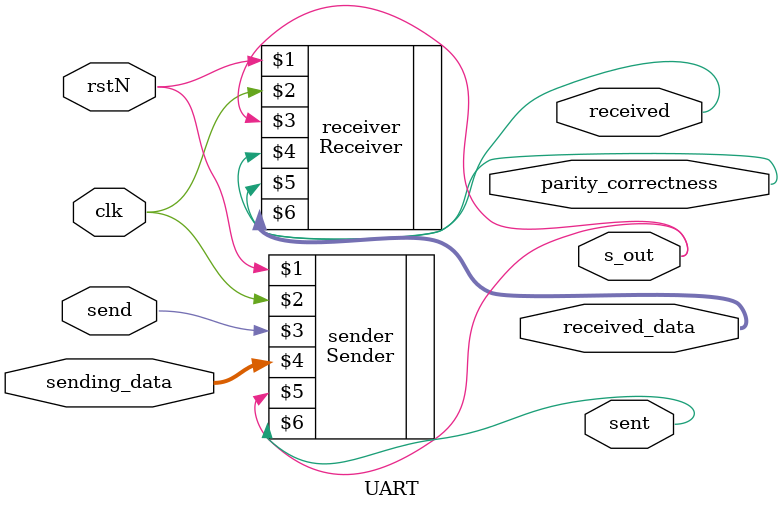
<source format=v>
module UART #(
    parameter START_STOPN = 1
) (
    input rstN, clk, send,
    input [6:0]   sending_data,
    output s_out, sent, received,
    output [6:0] received_data,
    output parity_correctness
);
Sender #(START_STOPN) sender (rstN, clk, send, sending_data, s_out, sent);
Receiver #(START_STOPN) receiver (rstN, clk, s_out, received, parity_correctness, received_data);
    
endmodule

</source>
